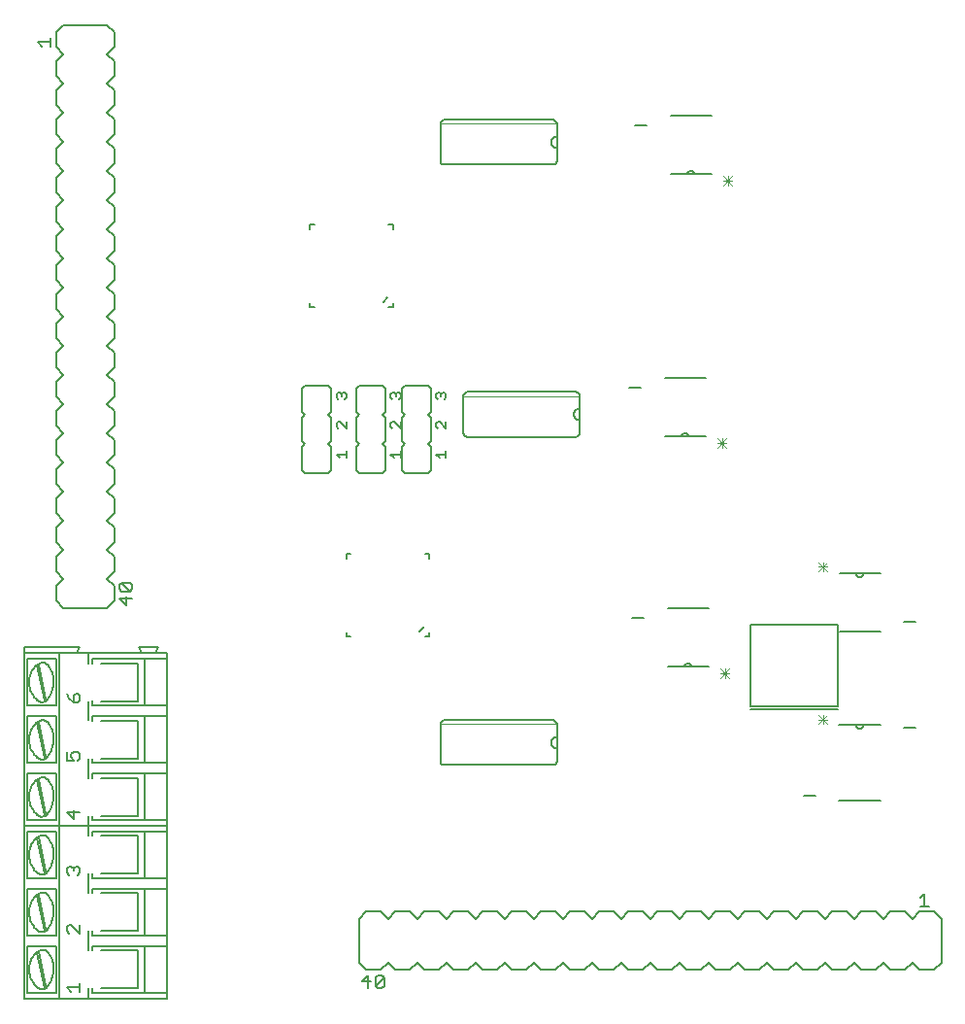
<source format=gto>
G75*
%MOIN*%
%OFA0B0*%
%FSLAX24Y24*%
%IPPOS*%
%LPD*%
%AMOC8*
5,1,8,0,0,1.08239X$1,22.5*
%
%ADD10C,0.0060*%
%ADD11C,0.0030*%
%ADD12C,0.0050*%
%ADD13C,0.0020*%
D10*
X002710Y002470D02*
X002710Y008400D01*
X003910Y008400D01*
X003910Y014330D01*
X004510Y014330D01*
X004910Y014330D01*
X004910Y013980D01*
X005060Y013980D02*
X005060Y014130D01*
X006860Y014130D01*
X006860Y012530D01*
X005060Y012530D01*
X005060Y012690D01*
X004910Y012680D02*
X004910Y012020D01*
X005060Y012010D02*
X005060Y012160D01*
X006860Y012160D01*
X007610Y012160D01*
X007610Y012530D01*
X007610Y014130D01*
X006860Y014130D01*
X006760Y014330D02*
X004910Y014330D01*
X004610Y014530D02*
X004510Y014330D01*
X004610Y014530D02*
X002710Y014530D01*
X002710Y014330D01*
X002710Y008400D01*
X002810Y008590D02*
X002810Y010190D01*
X003810Y010190D01*
X003810Y008590D01*
X002810Y008590D01*
X002810Y008210D02*
X003810Y008210D01*
X003810Y006610D01*
X002810Y006610D01*
X002810Y008210D01*
X003160Y007970D02*
X003410Y006770D01*
X003460Y006820D02*
X003210Y008020D01*
X003170Y008010D02*
X003194Y008029D01*
X003219Y008045D01*
X003247Y008058D01*
X003275Y008068D01*
X003305Y008075D01*
X003335Y008079D01*
X003365Y008079D01*
X003396Y008075D01*
X003425Y008068D01*
X003454Y008058D01*
X003481Y008045D01*
X003507Y008029D01*
X003530Y008010D01*
X003552Y007988D01*
X003910Y008400D02*
X004910Y008400D01*
X004910Y008740D01*
X005060Y008740D02*
X005060Y008590D01*
X006860Y008590D01*
X007610Y008590D01*
X007610Y010190D01*
X007610Y010560D01*
X007610Y012160D01*
X007610Y012530D02*
X006860Y012530D01*
X006610Y012680D02*
X005360Y012680D01*
X005360Y012010D02*
X006610Y012010D01*
X006610Y010710D01*
X005360Y010710D01*
X005060Y010710D02*
X005060Y010560D01*
X006860Y010560D01*
X006860Y012160D01*
X006610Y012680D02*
X006610Y013980D01*
X005360Y013980D01*
X006660Y014530D02*
X006760Y014330D01*
X007210Y014330D01*
X007610Y014330D01*
X007610Y014130D01*
X007210Y014330D02*
X007310Y014530D01*
X006660Y014530D01*
X005560Y015880D02*
X005810Y016130D01*
X005810Y016630D01*
X005560Y016880D01*
X005810Y017130D01*
X005810Y017630D01*
X005560Y017880D01*
X005810Y018130D01*
X005810Y018630D01*
X005560Y018880D01*
X005810Y019130D01*
X005810Y019630D01*
X005560Y019880D01*
X005810Y020130D01*
X005810Y020630D01*
X005560Y020880D01*
X005810Y021130D01*
X005810Y021630D01*
X005560Y021880D01*
X005810Y022130D01*
X005810Y022630D01*
X005560Y022880D01*
X005810Y023130D01*
X005810Y023630D01*
X005560Y023880D01*
X005810Y024130D01*
X005810Y024630D01*
X005560Y024880D01*
X005810Y025130D01*
X005810Y025630D01*
X005560Y025880D01*
X005810Y026130D01*
X005810Y026630D01*
X005560Y026880D01*
X005810Y027130D01*
X005810Y027630D01*
X005560Y027880D01*
X005810Y028130D01*
X005810Y028630D01*
X005560Y028880D01*
X005810Y029130D01*
X005810Y029630D01*
X005560Y029880D01*
X005810Y030130D01*
X005810Y030630D01*
X005560Y030880D01*
X005810Y031130D01*
X005810Y031630D01*
X005560Y031880D01*
X005810Y032130D01*
X005810Y032630D01*
X005560Y032880D01*
X005810Y033130D01*
X005810Y033630D01*
X005560Y033880D01*
X005810Y034130D01*
X005810Y034630D01*
X005560Y034880D01*
X005810Y035130D01*
X005810Y035630D01*
X005560Y035880D01*
X004060Y035880D01*
X003810Y035630D01*
X003810Y035130D01*
X004060Y034880D01*
X003810Y034630D01*
X003810Y034130D01*
X004060Y033880D01*
X003810Y033630D01*
X003810Y033130D01*
X004060Y032880D01*
X003810Y032630D01*
X003810Y032130D01*
X004060Y031880D01*
X003810Y031630D01*
X003810Y031130D01*
X004060Y030880D01*
X003810Y030630D01*
X003810Y030130D01*
X004060Y029880D01*
X003810Y029630D01*
X003810Y029130D01*
X004060Y028880D01*
X003810Y028630D01*
X003810Y028130D01*
X004060Y027880D01*
X003810Y027630D01*
X003810Y027130D01*
X004060Y026880D01*
X003810Y026630D01*
X003810Y026130D01*
X004060Y025880D01*
X003810Y025630D01*
X003810Y025130D01*
X004060Y024880D01*
X003810Y024630D01*
X003810Y024130D01*
X004060Y023880D01*
X003810Y023630D01*
X003810Y023130D01*
X004060Y022880D01*
X003810Y022630D01*
X003810Y022130D01*
X004060Y021880D01*
X003810Y021630D01*
X003810Y021130D01*
X004060Y020880D01*
X003810Y020630D01*
X003810Y020130D01*
X004060Y019880D01*
X003810Y019630D01*
X003810Y019130D01*
X004060Y018880D01*
X003810Y018630D01*
X003810Y018130D01*
X004060Y017880D01*
X003810Y017630D01*
X003810Y017130D01*
X004060Y016880D01*
X003810Y016630D01*
X003810Y016130D01*
X004060Y015880D01*
X005560Y015880D01*
X003910Y014330D02*
X002710Y014330D01*
X002810Y014130D02*
X003810Y014130D01*
X003810Y012530D01*
X002810Y012530D01*
X002810Y014130D01*
X003160Y013890D02*
X003410Y012690D01*
X003460Y012740D02*
X003210Y013940D01*
X003170Y013930D02*
X003194Y013949D01*
X003219Y013965D01*
X003247Y013978D01*
X003275Y013988D01*
X003305Y013995D01*
X003335Y013999D01*
X003365Y013999D01*
X003396Y013995D01*
X003425Y013988D01*
X003454Y013978D01*
X003481Y013965D01*
X003507Y013949D01*
X003530Y013930D01*
X003552Y013908D01*
X003168Y013932D02*
X003128Y013895D01*
X003091Y013855D01*
X003056Y013813D01*
X003025Y013769D01*
X002996Y013723D01*
X002971Y013675D01*
X002949Y013625D01*
X002930Y013574D01*
X002914Y013522D01*
X002903Y013468D01*
X002895Y013415D01*
X002890Y013360D01*
X002889Y013306D01*
X002892Y013252D01*
X002898Y013197D01*
X002908Y013144D01*
X002922Y013091D01*
X002939Y013040D01*
X002960Y012989D01*
X002983Y012940D01*
X003011Y012893D01*
X003041Y012848D01*
X003074Y012805D01*
X003110Y012764D01*
X003149Y012725D01*
X003190Y012690D01*
X003170Y012710D02*
X003194Y012691D01*
X003219Y012675D01*
X003247Y012662D01*
X003276Y012653D01*
X003305Y012648D01*
X003336Y012647D01*
X003366Y012650D01*
X003395Y012656D01*
X003424Y012667D01*
X003451Y012681D01*
X003475Y012698D01*
X003498Y012718D01*
X003517Y012741D01*
X003534Y012767D01*
X003810Y012160D02*
X003810Y010560D01*
X002810Y010560D01*
X002810Y012160D01*
X003810Y012160D01*
X003210Y011970D02*
X003460Y010770D01*
X003410Y010720D02*
X003160Y011920D01*
X003170Y011960D02*
X003194Y011979D01*
X003219Y011995D01*
X003247Y012008D01*
X003275Y012018D01*
X003305Y012025D01*
X003335Y012029D01*
X003365Y012029D01*
X003396Y012025D01*
X003425Y012018D01*
X003454Y012008D01*
X003481Y011995D01*
X003507Y011979D01*
X003530Y011960D01*
X003552Y011938D01*
X003168Y011962D02*
X003128Y011925D01*
X003091Y011885D01*
X003056Y011843D01*
X003025Y011799D01*
X002996Y011753D01*
X002971Y011705D01*
X002949Y011655D01*
X002930Y011604D01*
X002914Y011552D01*
X002903Y011498D01*
X002895Y011445D01*
X002890Y011390D01*
X002889Y011336D01*
X002892Y011282D01*
X002898Y011227D01*
X002908Y011174D01*
X002922Y011121D01*
X002939Y011070D01*
X002960Y011019D01*
X002983Y010970D01*
X003011Y010923D01*
X003041Y010878D01*
X003074Y010835D01*
X003110Y010794D01*
X003149Y010755D01*
X003190Y010720D01*
X003170Y010740D02*
X003194Y010721D01*
X003219Y010705D01*
X003247Y010692D01*
X003276Y010683D01*
X003305Y010678D01*
X003336Y010677D01*
X003366Y010680D01*
X003395Y010686D01*
X003424Y010697D01*
X003451Y010711D01*
X003475Y010728D01*
X003498Y010748D01*
X003517Y010771D01*
X003534Y010797D01*
X003210Y010010D02*
X003460Y008810D01*
X003410Y008760D02*
X003160Y009960D01*
X003170Y010000D02*
X003194Y010019D01*
X003219Y010035D01*
X003247Y010048D01*
X003275Y010058D01*
X003305Y010065D01*
X003335Y010069D01*
X003365Y010069D01*
X003396Y010065D01*
X003425Y010058D01*
X003454Y010048D01*
X003481Y010035D01*
X003507Y010019D01*
X003530Y010000D01*
X003552Y009978D01*
X003168Y010002D02*
X003128Y009965D01*
X003091Y009925D01*
X003056Y009883D01*
X003025Y009839D01*
X002996Y009793D01*
X002971Y009745D01*
X002949Y009695D01*
X002930Y009644D01*
X002914Y009592D01*
X002903Y009538D01*
X002895Y009485D01*
X002890Y009430D01*
X002889Y009376D01*
X002892Y009322D01*
X002898Y009267D01*
X002908Y009214D01*
X002922Y009161D01*
X002939Y009110D01*
X002960Y009059D01*
X002983Y009010D01*
X003011Y008963D01*
X003041Y008918D01*
X003074Y008875D01*
X003110Y008834D01*
X003149Y008795D01*
X003190Y008760D01*
X003170Y008780D02*
X003194Y008761D01*
X003219Y008745D01*
X003247Y008732D01*
X003276Y008723D01*
X003305Y008718D01*
X003336Y008717D01*
X003366Y008720D01*
X003395Y008726D01*
X003424Y008737D01*
X003451Y008751D01*
X003475Y008768D01*
X003498Y008788D01*
X003517Y008811D01*
X003534Y008837D01*
X003910Y008400D02*
X003910Y002470D01*
X002710Y002470D01*
X002810Y002670D02*
X002810Y004270D01*
X003810Y004270D01*
X003810Y002670D01*
X002810Y002670D01*
X003410Y002840D02*
X003160Y004040D01*
X003210Y004090D02*
X003460Y002890D01*
X003534Y002917D02*
X003517Y002891D01*
X003498Y002868D01*
X003475Y002848D01*
X003451Y002831D01*
X003424Y002817D01*
X003395Y002806D01*
X003366Y002800D01*
X003336Y002797D01*
X003305Y002798D01*
X003276Y002803D01*
X003247Y002812D01*
X003219Y002825D01*
X003194Y002841D01*
X003170Y002860D01*
X003520Y002900D02*
X003556Y002948D01*
X003589Y002999D01*
X003619Y003051D01*
X003645Y003105D01*
X003668Y003161D01*
X003688Y003218D01*
X003704Y003276D01*
X003716Y003335D01*
X003724Y003395D01*
X003729Y003455D01*
X003730Y003515D01*
X003727Y003575D01*
X003720Y003635D01*
X003710Y003695D01*
X003696Y003753D01*
X003678Y003811D01*
X003657Y003867D01*
X003632Y003922D01*
X003604Y003975D01*
X003573Y004027D01*
X003538Y004076D01*
X003552Y004058D02*
X003530Y004080D01*
X003507Y004099D01*
X003481Y004115D01*
X003454Y004128D01*
X003425Y004138D01*
X003396Y004145D01*
X003365Y004149D01*
X003335Y004149D01*
X003305Y004145D01*
X003275Y004138D01*
X003247Y004128D01*
X003219Y004115D01*
X003194Y004099D01*
X003170Y004080D01*
X003168Y004082D02*
X003128Y004045D01*
X003091Y004005D01*
X003056Y003963D01*
X003025Y003919D01*
X002996Y003873D01*
X002971Y003825D01*
X002948Y003775D01*
X002930Y003724D01*
X002914Y003672D01*
X002903Y003618D01*
X002895Y003565D01*
X002890Y003510D01*
X002889Y003456D01*
X002892Y003401D01*
X002898Y003347D01*
X002908Y003294D01*
X002922Y003241D01*
X002939Y003190D01*
X002960Y003139D01*
X002983Y003090D01*
X003011Y003043D01*
X003041Y002998D01*
X003074Y002954D01*
X003110Y002914D01*
X003149Y002875D01*
X003190Y002840D01*
X003910Y002470D02*
X004910Y002470D01*
X004910Y002820D01*
X005060Y002820D02*
X005060Y002670D01*
X006860Y002670D01*
X007610Y002670D01*
X007610Y004270D01*
X007610Y004640D01*
X007610Y006240D01*
X006860Y006240D01*
X006860Y004640D01*
X005060Y004640D01*
X005060Y004790D01*
X004910Y004790D02*
X004910Y004120D01*
X005060Y004120D02*
X005060Y004270D01*
X006860Y004270D01*
X006860Y002670D01*
X006610Y002820D02*
X005360Y002820D01*
X004910Y002470D02*
X007610Y002470D01*
X007610Y002670D01*
X006610Y002820D02*
X006610Y004120D01*
X005360Y004120D01*
X005360Y004790D02*
X006610Y004790D01*
X006610Y006090D01*
X005360Y006090D01*
X005060Y006090D02*
X005060Y006240D01*
X006860Y006240D01*
X006860Y006610D02*
X005060Y006610D01*
X005060Y006770D01*
X004910Y006760D02*
X004910Y006100D01*
X005360Y006760D02*
X006610Y006760D01*
X006610Y008060D01*
X005360Y008060D01*
X005060Y008060D02*
X005060Y008210D01*
X006860Y008210D01*
X006860Y006610D01*
X007610Y006610D01*
X007610Y008210D01*
X007610Y008400D01*
X004910Y008400D01*
X004910Y008060D01*
X005360Y008740D02*
X006610Y008740D01*
X006610Y010040D01*
X005360Y010040D01*
X005060Y010040D02*
X005060Y010190D01*
X006860Y010190D01*
X006860Y008590D01*
X006860Y008210D02*
X007610Y008210D01*
X007610Y008400D02*
X007610Y008590D01*
X007610Y010190D02*
X006860Y010190D01*
X006860Y010560D02*
X007610Y010560D01*
X004910Y010710D02*
X004910Y010040D01*
X003538Y009996D02*
X003573Y009947D01*
X003604Y009895D01*
X003632Y009842D01*
X003657Y009787D01*
X003678Y009731D01*
X003696Y009673D01*
X003710Y009615D01*
X003720Y009555D01*
X003727Y009495D01*
X003730Y009435D01*
X003729Y009375D01*
X003724Y009315D01*
X003716Y009255D01*
X003704Y009196D01*
X003688Y009138D01*
X003668Y009081D01*
X003645Y009025D01*
X003619Y008971D01*
X003589Y008919D01*
X003556Y008868D01*
X003520Y008820D01*
X003168Y008012D02*
X003128Y007975D01*
X003091Y007935D01*
X003056Y007893D01*
X003025Y007849D01*
X002996Y007803D01*
X002971Y007755D01*
X002948Y007705D01*
X002930Y007654D01*
X002914Y007602D01*
X002903Y007548D01*
X002895Y007495D01*
X002890Y007440D01*
X002889Y007386D01*
X002892Y007331D01*
X002898Y007277D01*
X002908Y007224D01*
X002922Y007171D01*
X002939Y007120D01*
X002960Y007069D01*
X002983Y007020D01*
X003011Y006973D01*
X003041Y006928D01*
X003074Y006884D01*
X003110Y006844D01*
X003149Y006805D01*
X003190Y006770D01*
X003170Y006790D02*
X003194Y006771D01*
X003219Y006755D01*
X003247Y006742D01*
X003276Y006733D01*
X003305Y006728D01*
X003336Y006727D01*
X003366Y006730D01*
X003395Y006736D01*
X003424Y006747D01*
X003451Y006761D01*
X003475Y006778D01*
X003498Y006798D01*
X003517Y006821D01*
X003534Y006847D01*
X003810Y006240D02*
X002810Y006240D01*
X002810Y004640D01*
X003810Y004640D01*
X003810Y006240D01*
X003552Y006018D02*
X003530Y006040D01*
X003507Y006059D01*
X003481Y006075D01*
X003454Y006088D01*
X003425Y006098D01*
X003396Y006105D01*
X003365Y006109D01*
X003335Y006109D01*
X003305Y006105D01*
X003275Y006098D01*
X003247Y006088D01*
X003219Y006075D01*
X003194Y006059D01*
X003170Y006040D01*
X003210Y006050D02*
X003460Y004850D01*
X003410Y004800D02*
X003160Y006000D01*
X003538Y006036D02*
X003573Y005987D01*
X003604Y005935D01*
X003632Y005882D01*
X003657Y005827D01*
X003678Y005771D01*
X003696Y005713D01*
X003710Y005655D01*
X003720Y005595D01*
X003727Y005535D01*
X003730Y005475D01*
X003729Y005415D01*
X003724Y005355D01*
X003716Y005295D01*
X003704Y005236D01*
X003688Y005178D01*
X003668Y005121D01*
X003645Y005065D01*
X003619Y005011D01*
X003589Y004959D01*
X003556Y004908D01*
X003520Y004860D01*
X003534Y004877D02*
X003517Y004851D01*
X003498Y004828D01*
X003475Y004808D01*
X003451Y004791D01*
X003424Y004777D01*
X003395Y004766D01*
X003366Y004760D01*
X003336Y004757D01*
X003305Y004758D01*
X003276Y004763D01*
X003247Y004772D01*
X003219Y004785D01*
X003194Y004801D01*
X003170Y004820D01*
X003190Y004800D02*
X003149Y004835D01*
X003110Y004874D01*
X003074Y004914D01*
X003041Y004958D01*
X003011Y005003D01*
X002983Y005050D01*
X002960Y005099D01*
X002939Y005150D01*
X002922Y005201D01*
X002908Y005254D01*
X002898Y005307D01*
X002892Y005361D01*
X002889Y005416D01*
X002890Y005470D01*
X002895Y005525D01*
X002903Y005578D01*
X002914Y005632D01*
X002930Y005684D01*
X002948Y005735D01*
X002971Y005785D01*
X002996Y005833D01*
X003025Y005879D01*
X003056Y005923D01*
X003091Y005965D01*
X003128Y006005D01*
X003168Y006042D01*
X003520Y006830D02*
X003556Y006878D01*
X003589Y006929D01*
X003619Y006981D01*
X003645Y007035D01*
X003668Y007091D01*
X003688Y007148D01*
X003704Y007206D01*
X003716Y007265D01*
X003724Y007325D01*
X003729Y007385D01*
X003730Y007445D01*
X003727Y007505D01*
X003720Y007565D01*
X003710Y007625D01*
X003696Y007683D01*
X003678Y007741D01*
X003657Y007797D01*
X003632Y007852D01*
X003604Y007905D01*
X003573Y007957D01*
X003538Y008006D01*
X003520Y010780D02*
X003556Y010828D01*
X003589Y010879D01*
X003619Y010931D01*
X003645Y010985D01*
X003668Y011041D01*
X003688Y011098D01*
X003704Y011156D01*
X003716Y011215D01*
X003724Y011275D01*
X003729Y011335D01*
X003730Y011395D01*
X003727Y011455D01*
X003720Y011515D01*
X003710Y011575D01*
X003696Y011633D01*
X003678Y011691D01*
X003657Y011747D01*
X003632Y011802D01*
X003604Y011855D01*
X003573Y011907D01*
X003538Y011956D01*
X003520Y012750D02*
X003556Y012798D01*
X003589Y012849D01*
X003619Y012901D01*
X003645Y012955D01*
X003668Y013011D01*
X003688Y013068D01*
X003704Y013126D01*
X003716Y013185D01*
X003724Y013245D01*
X003729Y013305D01*
X003730Y013365D01*
X003727Y013425D01*
X003720Y013485D01*
X003710Y013545D01*
X003696Y013603D01*
X003678Y013661D01*
X003657Y013717D01*
X003632Y013772D01*
X003604Y013825D01*
X003573Y013877D01*
X003538Y013926D01*
X007610Y006610D02*
X007610Y006240D01*
X007610Y004640D02*
X006860Y004640D01*
X006860Y004270D02*
X007610Y004270D01*
X014210Y003710D02*
X014460Y003460D01*
X014960Y003460D01*
X015210Y003710D01*
X015460Y003460D01*
X015960Y003460D01*
X016210Y003710D01*
X016460Y003460D01*
X016960Y003460D01*
X017210Y003710D01*
X017460Y003460D01*
X017960Y003460D01*
X018210Y003710D01*
X018460Y003460D01*
X018960Y003460D01*
X019210Y003710D01*
X019460Y003460D01*
X019960Y003460D01*
X020210Y003710D01*
X020460Y003460D01*
X020960Y003460D01*
X021210Y003710D01*
X021460Y003460D01*
X021960Y003460D01*
X022210Y003710D01*
X022460Y003460D01*
X022960Y003460D01*
X023210Y003710D01*
X023460Y003460D01*
X023960Y003460D01*
X024210Y003710D01*
X024460Y003460D01*
X024960Y003460D01*
X025210Y003710D01*
X025460Y003460D01*
X025960Y003460D01*
X026210Y003710D01*
X026460Y003460D01*
X026960Y003460D01*
X027210Y003710D01*
X027460Y003460D01*
X027960Y003460D01*
X028210Y003710D01*
X028460Y003460D01*
X028960Y003460D01*
X029210Y003710D01*
X029460Y003460D01*
X029960Y003460D01*
X030210Y003710D01*
X030460Y003460D01*
X030960Y003460D01*
X031210Y003710D01*
X031460Y003460D01*
X031960Y003460D01*
X032210Y003710D01*
X032460Y003460D01*
X032960Y003460D01*
X033210Y003710D01*
X033460Y003460D01*
X033960Y003460D01*
X034210Y003710D01*
X034210Y005210D01*
X033960Y005460D01*
X033460Y005460D01*
X033210Y005210D01*
X032960Y005460D01*
X032460Y005460D01*
X032210Y005210D01*
X031960Y005460D01*
X031460Y005460D01*
X031210Y005210D01*
X030960Y005460D01*
X030460Y005460D01*
X030210Y005210D01*
X029960Y005460D01*
X029460Y005460D01*
X029210Y005210D01*
X028960Y005460D01*
X028460Y005460D01*
X028210Y005210D01*
X027960Y005460D01*
X027460Y005460D01*
X027210Y005210D01*
X026960Y005460D01*
X026460Y005460D01*
X026210Y005210D01*
X025960Y005460D01*
X025460Y005460D01*
X025210Y005210D01*
X024960Y005460D01*
X024460Y005460D01*
X024210Y005210D01*
X023960Y005460D01*
X023460Y005460D01*
X023210Y005210D01*
X022960Y005460D01*
X022460Y005460D01*
X022210Y005210D01*
X021960Y005460D01*
X021460Y005460D01*
X021210Y005210D01*
X020960Y005460D01*
X020460Y005460D01*
X020210Y005210D01*
X019960Y005460D01*
X019460Y005460D01*
X019210Y005210D01*
X018960Y005460D01*
X018460Y005460D01*
X018210Y005210D01*
X017960Y005460D01*
X017460Y005460D01*
X017210Y005210D01*
X016960Y005460D01*
X016460Y005460D01*
X016210Y005210D01*
X015960Y005460D01*
X015460Y005460D01*
X015210Y005210D01*
X014960Y005460D01*
X014460Y005460D01*
X014210Y005210D01*
X014210Y003710D01*
X017160Y010490D02*
X020860Y010490D01*
X020883Y010492D01*
X020906Y010497D01*
X020928Y010506D01*
X020948Y010519D01*
X020966Y010534D01*
X020981Y010552D01*
X020994Y010572D01*
X021003Y010594D01*
X021008Y010617D01*
X021010Y010640D01*
X021010Y011060D01*
X021010Y011460D01*
X021010Y011880D01*
X021008Y011903D01*
X021003Y011926D01*
X020994Y011948D01*
X020981Y011968D01*
X020966Y011986D01*
X020948Y012001D01*
X020928Y012014D01*
X020906Y012023D01*
X020883Y012028D01*
X020860Y012030D01*
X017160Y012030D01*
X017137Y012028D01*
X017114Y012023D01*
X017092Y012014D01*
X017072Y012001D01*
X017054Y011986D01*
X017039Y011968D01*
X017026Y011948D01*
X017017Y011926D01*
X017012Y011903D01*
X017010Y011880D01*
X017010Y010640D01*
X017012Y010617D01*
X017017Y010594D01*
X017026Y010572D01*
X017039Y010552D01*
X017054Y010534D01*
X017072Y010519D01*
X017092Y010506D01*
X017114Y010497D01*
X017137Y010492D01*
X017160Y010490D01*
X021010Y011060D02*
X020983Y011062D01*
X020956Y011067D01*
X020930Y011077D01*
X020906Y011089D01*
X020884Y011105D01*
X020864Y011123D01*
X020847Y011145D01*
X020832Y011168D01*
X020822Y011193D01*
X020814Y011219D01*
X020810Y011246D01*
X020810Y011274D01*
X020814Y011301D01*
X020822Y011327D01*
X020832Y011352D01*
X020847Y011375D01*
X020864Y011397D01*
X020884Y011415D01*
X020906Y011431D01*
X020930Y011443D01*
X020956Y011453D01*
X020983Y011458D01*
X021010Y011460D01*
X024810Y013860D02*
X025390Y013860D01*
X025630Y013860D01*
X026210Y013860D01*
X025630Y013860D02*
X025628Y013881D01*
X025623Y013901D01*
X025614Y013920D01*
X025602Y013937D01*
X025587Y013952D01*
X025570Y013964D01*
X025551Y013973D01*
X025531Y013978D01*
X025510Y013980D01*
X025489Y013978D01*
X025469Y013973D01*
X025450Y013964D01*
X025433Y013952D01*
X025418Y013937D01*
X025406Y013920D01*
X025397Y013901D01*
X025392Y013881D01*
X025390Y013860D01*
X023980Y015520D02*
X023580Y015520D01*
X024810Y015860D02*
X026210Y015860D01*
X030710Y015060D02*
X032110Y015060D01*
X032940Y015400D02*
X033340Y015400D01*
X032110Y017060D02*
X031530Y017060D01*
X031290Y017060D01*
X030710Y017060D01*
X031290Y017060D02*
X031292Y017039D01*
X031297Y017019D01*
X031306Y017000D01*
X031318Y016983D01*
X031333Y016968D01*
X031350Y016956D01*
X031369Y016947D01*
X031389Y016942D01*
X031410Y016940D01*
X031431Y016942D01*
X031451Y016947D01*
X031470Y016956D01*
X031487Y016968D01*
X031502Y016983D01*
X031514Y017000D01*
X031523Y017019D01*
X031528Y017039D01*
X031530Y017060D01*
X031530Y011860D02*
X031290Y011860D01*
X030690Y011860D01*
X031290Y011860D02*
X031292Y011839D01*
X031297Y011819D01*
X031306Y011800D01*
X031318Y011783D01*
X031333Y011768D01*
X031350Y011756D01*
X031369Y011747D01*
X031389Y011742D01*
X031410Y011740D01*
X031431Y011742D01*
X031451Y011747D01*
X031470Y011756D01*
X031487Y011768D01*
X031502Y011783D01*
X031514Y011800D01*
X031523Y011819D01*
X031528Y011839D01*
X031530Y011860D01*
X032130Y011860D01*
X032940Y011770D02*
X033340Y011770D01*
X032130Y009260D02*
X030690Y009260D01*
X029890Y009450D02*
X029490Y009450D01*
X026110Y021760D02*
X025530Y021760D01*
X025290Y021760D01*
X024710Y021760D01*
X025290Y021760D02*
X025292Y021781D01*
X025297Y021801D01*
X025306Y021820D01*
X025318Y021837D01*
X025333Y021852D01*
X025350Y021864D01*
X025369Y021873D01*
X025389Y021878D01*
X025410Y021880D01*
X025431Y021878D01*
X025451Y021873D01*
X025470Y021864D01*
X025487Y021852D01*
X025502Y021837D01*
X025514Y021820D01*
X025523Y021801D01*
X025528Y021781D01*
X025530Y021760D01*
X023880Y023420D02*
X023480Y023420D01*
X024710Y023760D02*
X026110Y023760D01*
X021800Y023140D02*
X021800Y022720D01*
X021800Y022320D01*
X021800Y021900D01*
X021798Y021877D01*
X021793Y021854D01*
X021784Y021832D01*
X021771Y021812D01*
X021756Y021794D01*
X021738Y021779D01*
X021718Y021766D01*
X021696Y021757D01*
X021673Y021752D01*
X021650Y021750D01*
X017950Y021750D01*
X017927Y021752D01*
X017904Y021757D01*
X017882Y021766D01*
X017862Y021779D01*
X017844Y021794D01*
X017829Y021812D01*
X017816Y021832D01*
X017807Y021854D01*
X017802Y021877D01*
X017800Y021900D01*
X017800Y023140D01*
X017802Y023163D01*
X017807Y023186D01*
X017816Y023208D01*
X017829Y023228D01*
X017844Y023246D01*
X017862Y023261D01*
X017882Y023274D01*
X017904Y023283D01*
X017927Y023288D01*
X017950Y023290D01*
X021650Y023290D01*
X021673Y023288D01*
X021696Y023283D01*
X021718Y023274D01*
X021738Y023261D01*
X021756Y023246D01*
X021771Y023228D01*
X021784Y023208D01*
X021793Y023186D01*
X021798Y023163D01*
X021800Y023140D01*
X021800Y022720D02*
X021773Y022718D01*
X021746Y022713D01*
X021720Y022703D01*
X021696Y022691D01*
X021674Y022675D01*
X021654Y022657D01*
X021637Y022635D01*
X021622Y022612D01*
X021612Y022587D01*
X021604Y022561D01*
X021600Y022534D01*
X021600Y022506D01*
X021604Y022479D01*
X021612Y022453D01*
X021622Y022428D01*
X021637Y022405D01*
X021654Y022383D01*
X021674Y022365D01*
X021696Y022349D01*
X021720Y022337D01*
X021746Y022327D01*
X021773Y022322D01*
X021800Y022320D01*
X016680Y022410D02*
X016680Y021610D01*
X016580Y021510D01*
X016680Y021410D01*
X016680Y020610D01*
X016580Y020510D01*
X015780Y020510D01*
X015680Y020610D01*
X015680Y021410D01*
X015780Y021510D01*
X015680Y021610D01*
X015680Y022410D01*
X015780Y022510D01*
X015680Y022610D01*
X015680Y023410D01*
X015780Y023510D01*
X016580Y023510D01*
X016680Y023410D01*
X016680Y022610D01*
X016580Y022510D01*
X016680Y022410D01*
X015120Y022410D02*
X015120Y021610D01*
X015020Y021510D01*
X015120Y021410D01*
X015120Y020610D01*
X015020Y020510D01*
X014220Y020510D01*
X014120Y020610D01*
X014120Y021410D01*
X014220Y021510D01*
X014120Y021610D01*
X014120Y022410D01*
X014220Y022510D01*
X014120Y022610D01*
X014120Y023410D01*
X014220Y023510D01*
X015020Y023510D01*
X015120Y023410D01*
X015120Y022610D01*
X015020Y022510D01*
X015120Y022410D01*
X013260Y022410D02*
X013260Y021610D01*
X013160Y021510D01*
X013260Y021410D01*
X013260Y020610D01*
X013160Y020510D01*
X012360Y020510D01*
X012260Y020610D01*
X012260Y021410D01*
X012360Y021510D01*
X012260Y021610D01*
X012260Y022410D01*
X012360Y022510D01*
X012260Y022610D01*
X012260Y023410D01*
X012360Y023510D01*
X013160Y023510D01*
X013260Y023410D01*
X013260Y022610D01*
X013160Y022510D01*
X013260Y022410D01*
X012690Y026190D02*
X012540Y026190D01*
X012540Y026340D01*
X015050Y026370D02*
X015200Y026520D01*
X015380Y026340D02*
X015380Y026190D01*
X015230Y026190D01*
X015380Y028880D02*
X015380Y029030D01*
X015230Y029030D01*
X017160Y031090D02*
X020860Y031090D01*
X020883Y031092D01*
X020906Y031097D01*
X020928Y031106D01*
X020948Y031119D01*
X020966Y031134D01*
X020981Y031152D01*
X020994Y031172D01*
X021003Y031194D01*
X021008Y031217D01*
X021010Y031240D01*
X021010Y031660D01*
X021010Y032060D01*
X021010Y032480D01*
X021008Y032503D01*
X021003Y032526D01*
X020994Y032548D01*
X020981Y032568D01*
X020966Y032586D01*
X020948Y032601D01*
X020928Y032614D01*
X020906Y032623D01*
X020883Y032628D01*
X020860Y032630D01*
X017160Y032630D01*
X017137Y032628D01*
X017114Y032623D01*
X017092Y032614D01*
X017072Y032601D01*
X017054Y032586D01*
X017039Y032568D01*
X017026Y032548D01*
X017017Y032526D01*
X017012Y032503D01*
X017010Y032480D01*
X017010Y031240D01*
X017012Y031217D01*
X017017Y031194D01*
X017026Y031172D01*
X017039Y031152D01*
X017054Y031134D01*
X017072Y031119D01*
X017092Y031106D01*
X017114Y031097D01*
X017137Y031092D01*
X017160Y031090D01*
X021010Y031660D02*
X020983Y031662D01*
X020956Y031667D01*
X020930Y031677D01*
X020906Y031689D01*
X020884Y031705D01*
X020864Y031723D01*
X020847Y031745D01*
X020832Y031768D01*
X020822Y031793D01*
X020814Y031819D01*
X020810Y031846D01*
X020810Y031874D01*
X020814Y031901D01*
X020822Y031927D01*
X020832Y031952D01*
X020847Y031975D01*
X020864Y031997D01*
X020884Y032015D01*
X020906Y032031D01*
X020930Y032043D01*
X020956Y032053D01*
X020983Y032058D01*
X021010Y032060D01*
X023680Y032420D02*
X024080Y032420D01*
X024910Y032760D02*
X026310Y032760D01*
X026310Y030760D02*
X025730Y030760D01*
X025490Y030760D01*
X024910Y030760D01*
X025490Y030760D02*
X025492Y030781D01*
X025497Y030801D01*
X025506Y030820D01*
X025518Y030837D01*
X025533Y030852D01*
X025550Y030864D01*
X025569Y030873D01*
X025589Y030878D01*
X025610Y030880D01*
X025631Y030878D01*
X025651Y030873D01*
X025670Y030864D01*
X025687Y030852D01*
X025702Y030837D01*
X025714Y030820D01*
X025723Y030801D01*
X025728Y030781D01*
X025730Y030760D01*
X012690Y029030D02*
X012540Y029030D01*
X012540Y028880D01*
X013790Y017730D02*
X013790Y017580D01*
X013790Y017730D02*
X013940Y017730D01*
X016450Y015220D02*
X016300Y015070D01*
X016480Y014890D02*
X016630Y014890D01*
X016630Y015040D01*
X016630Y017580D02*
X016630Y017730D01*
X016480Y017730D01*
X013790Y015040D02*
X013790Y014890D01*
X013940Y014890D01*
D11*
X026621Y013787D02*
X026935Y013473D01*
X026935Y013630D02*
X026621Y013630D01*
X026621Y013473D02*
X026935Y013787D01*
X026778Y013787D02*
X026778Y013473D01*
X029985Y012207D02*
X030299Y011893D01*
X030142Y011893D02*
X030142Y012207D01*
X030299Y012207D02*
X029985Y011893D01*
X029985Y012050D02*
X030299Y012050D01*
X030299Y017133D02*
X029985Y017447D01*
X030142Y017447D02*
X030142Y017133D01*
X029985Y017133D02*
X030299Y017447D01*
X030299Y017290D02*
X029985Y017290D01*
X026835Y021373D02*
X026521Y021687D01*
X026678Y021687D02*
X026678Y021373D01*
X026521Y021373D02*
X026835Y021687D01*
X026835Y021530D02*
X026521Y021530D01*
X026721Y030373D02*
X027035Y030687D01*
X026878Y030687D02*
X026878Y030373D01*
X027035Y030373D02*
X026721Y030687D01*
X026721Y030530D02*
X027035Y030530D01*
D12*
X017205Y023205D02*
X017205Y023092D01*
X017148Y023035D01*
X017035Y023148D02*
X017035Y023205D01*
X017092Y023262D01*
X017148Y023262D01*
X017205Y023205D01*
X017035Y023205D02*
X016978Y023262D01*
X016921Y023262D01*
X016865Y023205D01*
X016865Y023092D01*
X016921Y023035D01*
X016921Y022262D02*
X016865Y022205D01*
X016865Y022092D01*
X016921Y022035D01*
X016921Y022262D02*
X016978Y022262D01*
X017205Y022035D01*
X017205Y022262D01*
X017205Y021262D02*
X017205Y021035D01*
X017205Y021148D02*
X016865Y021148D01*
X016978Y021035D01*
X015645Y021035D02*
X015645Y021262D01*
X015645Y021148D02*
X015305Y021148D01*
X015418Y021035D01*
X015361Y022035D02*
X015305Y022092D01*
X015305Y022205D01*
X015361Y022262D01*
X015418Y022262D01*
X015645Y022035D01*
X015645Y022262D01*
X015588Y023035D02*
X015645Y023092D01*
X015645Y023205D01*
X015588Y023262D01*
X015532Y023262D01*
X015475Y023205D01*
X015475Y023148D01*
X015475Y023205D02*
X015418Y023262D01*
X015361Y023262D01*
X015305Y023205D01*
X015305Y023092D01*
X015361Y023035D01*
X013785Y023092D02*
X013728Y023035D01*
X013785Y023092D02*
X013785Y023205D01*
X013728Y023262D01*
X013672Y023262D01*
X013615Y023205D01*
X013615Y023148D01*
X013615Y023205D02*
X013558Y023262D01*
X013501Y023262D01*
X013445Y023205D01*
X013445Y023092D01*
X013501Y023035D01*
X013501Y022262D02*
X013445Y022205D01*
X013445Y022092D01*
X013501Y022035D01*
X013501Y022262D02*
X013558Y022262D01*
X013785Y022035D01*
X013785Y022262D01*
X013785Y021262D02*
X013785Y021035D01*
X013785Y021148D02*
X013445Y021148D01*
X013558Y021035D01*
X006435Y016670D02*
X006435Y016520D01*
X006360Y016445D01*
X006060Y016745D01*
X006360Y016745D01*
X006435Y016670D01*
X006360Y016445D02*
X006060Y016445D01*
X005985Y016520D01*
X005985Y016670D01*
X006060Y016745D01*
X006210Y016284D02*
X006210Y015984D01*
X005985Y016209D01*
X006435Y016209D01*
X004560Y012935D02*
X004485Y012935D01*
X004410Y012860D01*
X004410Y012635D01*
X004560Y012635D01*
X004635Y012710D01*
X004635Y012860D01*
X004560Y012935D01*
X004260Y012785D02*
X004410Y012635D01*
X004260Y012785D02*
X004185Y012935D01*
X004185Y010935D02*
X004185Y010635D01*
X004410Y010635D01*
X004335Y010785D01*
X004335Y010860D01*
X004410Y010935D01*
X004560Y010935D01*
X004635Y010860D01*
X004635Y010710D01*
X004560Y010635D01*
X004410Y008935D02*
X004410Y008635D01*
X004185Y008860D01*
X004635Y008860D01*
X004560Y007015D02*
X004635Y006940D01*
X004635Y006790D01*
X004560Y006715D01*
X004410Y006865D02*
X004410Y006940D01*
X004485Y007015D01*
X004560Y007015D01*
X004410Y006940D02*
X004335Y007015D01*
X004260Y007015D01*
X004185Y006940D01*
X004185Y006790D01*
X004260Y006715D01*
X004260Y005015D02*
X004185Y004940D01*
X004185Y004790D01*
X004260Y004715D01*
X004260Y005015D02*
X004335Y005015D01*
X004635Y004715D01*
X004635Y005015D01*
X004635Y003015D02*
X004635Y002715D01*
X004635Y002865D02*
X004185Y002865D01*
X004335Y002715D01*
X014314Y003060D02*
X014614Y003060D01*
X014775Y002910D02*
X014775Y003210D01*
X014850Y003285D01*
X015000Y003285D01*
X015075Y003210D01*
X014775Y002910D01*
X014850Y002835D01*
X015000Y002835D01*
X015075Y002910D01*
X015075Y003210D01*
X014539Y003285D02*
X014539Y002835D01*
X014314Y003060D02*
X014539Y003285D01*
X027670Y012400D02*
X030670Y012400D01*
X030670Y012500D02*
X030670Y015300D01*
X027670Y015300D01*
X027670Y012500D01*
X030670Y012500D01*
X033625Y006085D02*
X033625Y005635D01*
X033475Y005635D02*
X033775Y005635D01*
X033475Y005935D02*
X033625Y006085D01*
X003635Y035145D02*
X003635Y035445D01*
X003635Y035295D02*
X003185Y035295D01*
X003335Y035145D01*
D13*
X017010Y032490D02*
X021010Y032490D01*
X021800Y023150D02*
X017800Y023150D01*
X017010Y011890D02*
X021010Y011890D01*
M02*

</source>
